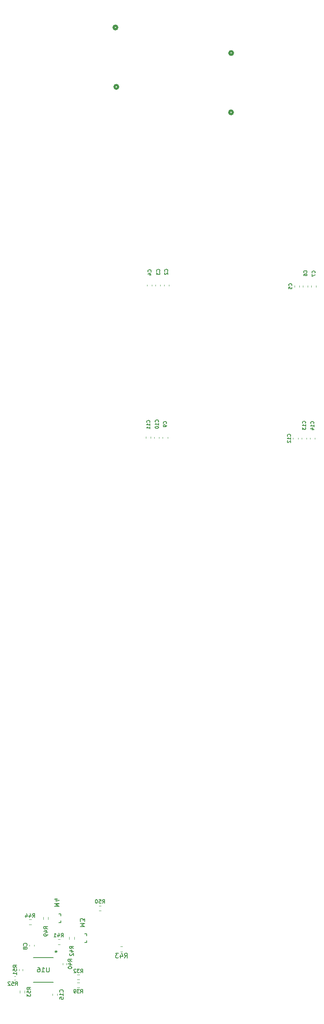
<source format=gbr>
%TF.GenerationSoftware,KiCad,Pcbnew,9.0.3*%
%TF.CreationDate,2025-09-16T13:44:48-04:00*%
%TF.ProjectId,WARM_TPC_Shaper,5741524d-5f54-4504-935f-536861706572,rev?*%
%TF.SameCoordinates,Original*%
%TF.FileFunction,Legend,Bot*%
%TF.FilePolarity,Positive*%
%FSLAX46Y46*%
G04 Gerber Fmt 4.6, Leading zero omitted, Abs format (unit mm)*
G04 Created by KiCad (PCBNEW 9.0.3) date 2025-09-16 13:44:48*
%MOMM*%
%LPD*%
G01*
G04 APERTURE LIST*
%ADD10C,0.150000*%
%ADD11C,0.508000*%
%ADD12C,0.120000*%
%ADD13C,0.152400*%
G04 APERTURE END LIST*
D10*
X133545364Y-259552856D02*
X133188221Y-259302856D01*
X133545364Y-259124285D02*
X132795364Y-259124285D01*
X132795364Y-259124285D02*
X132795364Y-259409999D01*
X132795364Y-259409999D02*
X132831078Y-259481428D01*
X132831078Y-259481428D02*
X132866792Y-259517142D01*
X132866792Y-259517142D02*
X132938221Y-259552856D01*
X132938221Y-259552856D02*
X133045364Y-259552856D01*
X133045364Y-259552856D02*
X133116792Y-259517142D01*
X133116792Y-259517142D02*
X133152507Y-259481428D01*
X133152507Y-259481428D02*
X133188221Y-259409999D01*
X133188221Y-259409999D02*
X133188221Y-259124285D01*
X132795364Y-260231428D02*
X132795364Y-259874285D01*
X132795364Y-259874285D02*
X133152507Y-259838571D01*
X133152507Y-259838571D02*
X133116792Y-259874285D01*
X133116792Y-259874285D02*
X133081078Y-259945714D01*
X133081078Y-259945714D02*
X133081078Y-260124285D01*
X133081078Y-260124285D02*
X133116792Y-260195714D01*
X133116792Y-260195714D02*
X133152507Y-260231428D01*
X133152507Y-260231428D02*
X133223935Y-260267142D01*
X133223935Y-260267142D02*
X133402507Y-260267142D01*
X133402507Y-260267142D02*
X133473935Y-260231428D01*
X133473935Y-260231428D02*
X133509650Y-260195714D01*
X133509650Y-260195714D02*
X133545364Y-260124285D01*
X133545364Y-260124285D02*
X133545364Y-259945714D01*
X133545364Y-259945714D02*
X133509650Y-259874285D01*
X133509650Y-259874285D02*
X133473935Y-259838571D01*
X132795364Y-260517142D02*
X132795364Y-260981428D01*
X132795364Y-260981428D02*
X133081078Y-260731428D01*
X133081078Y-260731428D02*
X133081078Y-260838571D01*
X133081078Y-260838571D02*
X133116792Y-260910000D01*
X133116792Y-260910000D02*
X133152507Y-260945714D01*
X133152507Y-260945714D02*
X133223935Y-260981428D01*
X133223935Y-260981428D02*
X133402507Y-260981428D01*
X133402507Y-260981428D02*
X133473935Y-260945714D01*
X133473935Y-260945714D02*
X133509650Y-260910000D01*
X133509650Y-260910000D02*
X133545364Y-260838571D01*
X133545364Y-260838571D02*
X133545364Y-260624285D01*
X133545364Y-260624285D02*
X133509650Y-260552857D01*
X133509650Y-260552857D02*
X133473935Y-260517142D01*
X142663494Y-250810712D02*
X142282541Y-250544045D01*
X142663494Y-250353569D02*
X141863494Y-250353569D01*
X141863494Y-250353569D02*
X141863494Y-250658331D01*
X141863494Y-250658331D02*
X141901589Y-250734521D01*
X141901589Y-250734521D02*
X141939684Y-250772616D01*
X141939684Y-250772616D02*
X142015875Y-250810712D01*
X142015875Y-250810712D02*
X142130160Y-250810712D01*
X142130160Y-250810712D02*
X142206351Y-250772616D01*
X142206351Y-250772616D02*
X142244446Y-250734521D01*
X142244446Y-250734521D02*
X142282541Y-250658331D01*
X142282541Y-250658331D02*
X142282541Y-250353569D01*
X142130160Y-251496426D02*
X142663494Y-251496426D01*
X141825399Y-251305950D02*
X142396827Y-251115473D01*
X142396827Y-251115473D02*
X142396827Y-251610712D01*
X141939684Y-251877378D02*
X141901589Y-251915474D01*
X141901589Y-251915474D02*
X141863494Y-251991664D01*
X141863494Y-251991664D02*
X141863494Y-252182140D01*
X141863494Y-252182140D02*
X141901589Y-252258331D01*
X141901589Y-252258331D02*
X141939684Y-252296426D01*
X141939684Y-252296426D02*
X142015875Y-252334521D01*
X142015875Y-252334521D02*
X142092065Y-252334521D01*
X142092065Y-252334521D02*
X142206351Y-252296426D01*
X142206351Y-252296426D02*
X142663494Y-251839283D01*
X142663494Y-251839283D02*
X142663494Y-252334521D01*
X153539056Y-252809818D02*
X153872389Y-252333627D01*
X154110484Y-252809818D02*
X154110484Y-251809818D01*
X154110484Y-251809818D02*
X153729532Y-251809818D01*
X153729532Y-251809818D02*
X153634294Y-251857437D01*
X153634294Y-251857437D02*
X153586675Y-251905056D01*
X153586675Y-251905056D02*
X153539056Y-252000294D01*
X153539056Y-252000294D02*
X153539056Y-252143151D01*
X153539056Y-252143151D02*
X153586675Y-252238389D01*
X153586675Y-252238389D02*
X153634294Y-252286008D01*
X153634294Y-252286008D02*
X153729532Y-252333627D01*
X153729532Y-252333627D02*
X154110484Y-252333627D01*
X152681913Y-252143151D02*
X152681913Y-252809818D01*
X152920008Y-251762199D02*
X153158103Y-252476484D01*
X153158103Y-252476484D02*
X152539056Y-252476484D01*
X152253341Y-251809818D02*
X151634294Y-251809818D01*
X151634294Y-251809818D02*
X151967627Y-252190770D01*
X151967627Y-252190770D02*
X151824770Y-252190770D01*
X151824770Y-252190770D02*
X151729532Y-252238389D01*
X151729532Y-252238389D02*
X151681913Y-252286008D01*
X151681913Y-252286008D02*
X151634294Y-252381246D01*
X151634294Y-252381246D02*
X151634294Y-252619341D01*
X151634294Y-252619341D02*
X151681913Y-252714579D01*
X151681913Y-252714579D02*
X151729532Y-252762199D01*
X151729532Y-252762199D02*
X151824770Y-252809818D01*
X151824770Y-252809818D02*
X152110484Y-252809818D01*
X152110484Y-252809818D02*
X152205722Y-252762199D01*
X152205722Y-252762199D02*
X152253341Y-252714579D01*
X137504294Y-254829819D02*
X137504294Y-255639342D01*
X137504294Y-255639342D02*
X137456675Y-255734580D01*
X137456675Y-255734580D02*
X137409056Y-255782200D01*
X137409056Y-255782200D02*
X137313818Y-255829819D01*
X137313818Y-255829819D02*
X137123342Y-255829819D01*
X137123342Y-255829819D02*
X137028104Y-255782200D01*
X137028104Y-255782200D02*
X136980485Y-255734580D01*
X136980485Y-255734580D02*
X136932866Y-255639342D01*
X136932866Y-255639342D02*
X136932866Y-254829819D01*
X135932866Y-255829819D02*
X136504294Y-255829819D01*
X136218580Y-255829819D02*
X136218580Y-254829819D01*
X136218580Y-254829819D02*
X136313818Y-254972676D01*
X136313818Y-254972676D02*
X136409056Y-255067914D01*
X136409056Y-255067914D02*
X136504294Y-255115533D01*
X135075723Y-254829819D02*
X135266199Y-254829819D01*
X135266199Y-254829819D02*
X135361437Y-254877438D01*
X135361437Y-254877438D02*
X135409056Y-254925057D01*
X135409056Y-254925057D02*
X135504294Y-255067914D01*
X135504294Y-255067914D02*
X135551913Y-255258390D01*
X135551913Y-255258390D02*
X135551913Y-255639342D01*
X135551913Y-255639342D02*
X135504294Y-255734580D01*
X135504294Y-255734580D02*
X135456675Y-255782200D01*
X135456675Y-255782200D02*
X135361437Y-255829819D01*
X135361437Y-255829819D02*
X135170961Y-255829819D01*
X135170961Y-255829819D02*
X135075723Y-255782200D01*
X135075723Y-255782200D02*
X135028104Y-255734580D01*
X135028104Y-255734580D02*
X134980485Y-255639342D01*
X134980485Y-255639342D02*
X134980485Y-255401247D01*
X134980485Y-255401247D02*
X135028104Y-255306009D01*
X135028104Y-255306009D02*
X135075723Y-255258390D01*
X135075723Y-255258390D02*
X135170961Y-255210771D01*
X135170961Y-255210771D02*
X135361437Y-255210771D01*
X135361437Y-255210771D02*
X135456675Y-255258390D01*
X135456675Y-255258390D02*
X135504294Y-255306009D01*
X135504294Y-255306009D02*
X135551913Y-255401247D01*
X138983999Y-251223019D02*
X138983999Y-251461114D01*
X139222094Y-251365876D02*
X138983999Y-251461114D01*
X138983999Y-251461114D02*
X138745904Y-251365876D01*
X139126856Y-251651590D02*
X138983999Y-251461114D01*
X138983999Y-251461114D02*
X138841142Y-251651590D01*
X194099366Y-106983333D02*
X194132700Y-106950000D01*
X194132700Y-106950000D02*
X194166033Y-106850000D01*
X194166033Y-106850000D02*
X194166033Y-106783333D01*
X194166033Y-106783333D02*
X194132700Y-106683333D01*
X194132700Y-106683333D02*
X194066033Y-106616667D01*
X194066033Y-106616667D02*
X193999366Y-106583333D01*
X193999366Y-106583333D02*
X193866033Y-106550000D01*
X193866033Y-106550000D02*
X193766033Y-106550000D01*
X193766033Y-106550000D02*
X193632700Y-106583333D01*
X193632700Y-106583333D02*
X193566033Y-106616667D01*
X193566033Y-106616667D02*
X193499366Y-106683333D01*
X193499366Y-106683333D02*
X193466033Y-106783333D01*
X193466033Y-106783333D02*
X193466033Y-106850000D01*
X193466033Y-106850000D02*
X193499366Y-106950000D01*
X193499366Y-106950000D02*
X193532700Y-106983333D01*
X193466033Y-107216667D02*
X193466033Y-107683333D01*
X193466033Y-107683333D02*
X194166033Y-107383333D01*
X192066866Y-138969999D02*
X192100200Y-138936666D01*
X192100200Y-138936666D02*
X192133533Y-138836666D01*
X192133533Y-138836666D02*
X192133533Y-138769999D01*
X192133533Y-138769999D02*
X192100200Y-138669999D01*
X192100200Y-138669999D02*
X192033533Y-138603333D01*
X192033533Y-138603333D02*
X191966866Y-138569999D01*
X191966866Y-138569999D02*
X191833533Y-138536666D01*
X191833533Y-138536666D02*
X191733533Y-138536666D01*
X191733533Y-138536666D02*
X191600200Y-138569999D01*
X191600200Y-138569999D02*
X191533533Y-138603333D01*
X191533533Y-138603333D02*
X191466866Y-138669999D01*
X191466866Y-138669999D02*
X191433533Y-138769999D01*
X191433533Y-138769999D02*
X191433533Y-138836666D01*
X191433533Y-138836666D02*
X191466866Y-138936666D01*
X191466866Y-138936666D02*
X191500200Y-138969999D01*
X192133533Y-139636666D02*
X192133533Y-139236666D01*
X192133533Y-139436666D02*
X191433533Y-139436666D01*
X191433533Y-139436666D02*
X191533533Y-139369999D01*
X191533533Y-139369999D02*
X191600200Y-139303333D01*
X191600200Y-139303333D02*
X191633533Y-139236666D01*
X191433533Y-139870000D02*
X191433533Y-140303333D01*
X191433533Y-140303333D02*
X191700200Y-140070000D01*
X191700200Y-140070000D02*
X191700200Y-140170000D01*
X191700200Y-140170000D02*
X191733533Y-140236666D01*
X191733533Y-140236666D02*
X191766866Y-140270000D01*
X191766866Y-140270000D02*
X191833533Y-140303333D01*
X191833533Y-140303333D02*
X192000200Y-140303333D01*
X192000200Y-140303333D02*
X192066866Y-140270000D01*
X192066866Y-140270000D02*
X192100200Y-140236666D01*
X192100200Y-140236666D02*
X192133533Y-140170000D01*
X192133533Y-140170000D02*
X192133533Y-139970000D01*
X192133533Y-139970000D02*
X192100200Y-139903333D01*
X192100200Y-139903333D02*
X192066866Y-139870000D01*
X160999366Y-106653333D02*
X161032700Y-106620000D01*
X161032700Y-106620000D02*
X161066033Y-106520000D01*
X161066033Y-106520000D02*
X161066033Y-106453333D01*
X161066033Y-106453333D02*
X161032700Y-106353333D01*
X161032700Y-106353333D02*
X160966033Y-106286667D01*
X160966033Y-106286667D02*
X160899366Y-106253333D01*
X160899366Y-106253333D02*
X160766033Y-106220000D01*
X160766033Y-106220000D02*
X160666033Y-106220000D01*
X160666033Y-106220000D02*
X160532700Y-106253333D01*
X160532700Y-106253333D02*
X160466033Y-106286667D01*
X160466033Y-106286667D02*
X160399366Y-106353333D01*
X160399366Y-106353333D02*
X160366033Y-106453333D01*
X160366033Y-106453333D02*
X160366033Y-106520000D01*
X160366033Y-106520000D02*
X160399366Y-106620000D01*
X160399366Y-106620000D02*
X160432700Y-106653333D01*
X160366033Y-106886667D02*
X160366033Y-107320000D01*
X160366033Y-107320000D02*
X160632700Y-107086667D01*
X160632700Y-107086667D02*
X160632700Y-107186667D01*
X160632700Y-107186667D02*
X160666033Y-107253333D01*
X160666033Y-107253333D02*
X160699366Y-107286667D01*
X160699366Y-107286667D02*
X160766033Y-107320000D01*
X160766033Y-107320000D02*
X160932700Y-107320000D01*
X160932700Y-107320000D02*
X160999366Y-107286667D01*
X160999366Y-107286667D02*
X161032700Y-107253333D01*
X161032700Y-107253333D02*
X161066033Y-107186667D01*
X161066033Y-107186667D02*
X161066033Y-106986667D01*
X161066033Y-106986667D02*
X161032700Y-106920000D01*
X161032700Y-106920000D02*
X160999366Y-106886667D01*
X162436866Y-139043333D02*
X162470200Y-139010000D01*
X162470200Y-139010000D02*
X162503533Y-138910000D01*
X162503533Y-138910000D02*
X162503533Y-138843333D01*
X162503533Y-138843333D02*
X162470200Y-138743333D01*
X162470200Y-138743333D02*
X162403533Y-138676667D01*
X162403533Y-138676667D02*
X162336866Y-138643333D01*
X162336866Y-138643333D02*
X162203533Y-138610000D01*
X162203533Y-138610000D02*
X162103533Y-138610000D01*
X162103533Y-138610000D02*
X161970200Y-138643333D01*
X161970200Y-138643333D02*
X161903533Y-138676667D01*
X161903533Y-138676667D02*
X161836866Y-138743333D01*
X161836866Y-138743333D02*
X161803533Y-138843333D01*
X161803533Y-138843333D02*
X161803533Y-138910000D01*
X161803533Y-138910000D02*
X161836866Y-139010000D01*
X161836866Y-139010000D02*
X161870200Y-139043333D01*
X162503533Y-139376667D02*
X162503533Y-139510000D01*
X162503533Y-139510000D02*
X162470200Y-139576667D01*
X162470200Y-139576667D02*
X162436866Y-139610000D01*
X162436866Y-139610000D02*
X162336866Y-139676667D01*
X162336866Y-139676667D02*
X162203533Y-139710000D01*
X162203533Y-139710000D02*
X161936866Y-139710000D01*
X161936866Y-139710000D02*
X161870200Y-139676667D01*
X161870200Y-139676667D02*
X161836866Y-139643333D01*
X161836866Y-139643333D02*
X161803533Y-139576667D01*
X161803533Y-139576667D02*
X161803533Y-139443333D01*
X161803533Y-139443333D02*
X161836866Y-139376667D01*
X161836866Y-139376667D02*
X161870200Y-139343333D01*
X161870200Y-139343333D02*
X161936866Y-139310000D01*
X161936866Y-139310000D02*
X162103533Y-139310000D01*
X162103533Y-139310000D02*
X162170200Y-139343333D01*
X162170200Y-139343333D02*
X162203533Y-139376667D01*
X162203533Y-139376667D02*
X162236866Y-139443333D01*
X162236866Y-139443333D02*
X162236866Y-139576667D01*
X162236866Y-139576667D02*
X162203533Y-139643333D01*
X162203533Y-139643333D02*
X162170200Y-139676667D01*
X162170200Y-139676667D02*
X162103533Y-139710000D01*
X132722304Y-250181667D02*
X132760400Y-250143571D01*
X132760400Y-250143571D02*
X132798495Y-250029286D01*
X132798495Y-250029286D02*
X132798495Y-249953095D01*
X132798495Y-249953095D02*
X132760400Y-249838809D01*
X132760400Y-249838809D02*
X132684209Y-249762619D01*
X132684209Y-249762619D02*
X132608019Y-249724524D01*
X132608019Y-249724524D02*
X132455638Y-249686428D01*
X132455638Y-249686428D02*
X132341352Y-249686428D01*
X132341352Y-249686428D02*
X132188971Y-249724524D01*
X132188971Y-249724524D02*
X132112780Y-249762619D01*
X132112780Y-249762619D02*
X132036590Y-249838809D01*
X132036590Y-249838809D02*
X131998495Y-249953095D01*
X131998495Y-249953095D02*
X131998495Y-250029286D01*
X131998495Y-250029286D02*
X132036590Y-250143571D01*
X132036590Y-250143571D02*
X132074685Y-250181667D01*
X132341352Y-250638809D02*
X132303257Y-250562619D01*
X132303257Y-250562619D02*
X132265161Y-250524524D01*
X132265161Y-250524524D02*
X132188971Y-250486428D01*
X132188971Y-250486428D02*
X132150876Y-250486428D01*
X132150876Y-250486428D02*
X132074685Y-250524524D01*
X132074685Y-250524524D02*
X132036590Y-250562619D01*
X132036590Y-250562619D02*
X131998495Y-250638809D01*
X131998495Y-250638809D02*
X131998495Y-250791190D01*
X131998495Y-250791190D02*
X132036590Y-250867381D01*
X132036590Y-250867381D02*
X132074685Y-250905476D01*
X132074685Y-250905476D02*
X132150876Y-250943571D01*
X132150876Y-250943571D02*
X132188971Y-250943571D01*
X132188971Y-250943571D02*
X132265161Y-250905476D01*
X132265161Y-250905476D02*
X132303257Y-250867381D01*
X132303257Y-250867381D02*
X132341352Y-250791190D01*
X132341352Y-250791190D02*
X132341352Y-250638809D01*
X132341352Y-250638809D02*
X132379447Y-250562619D01*
X132379447Y-250562619D02*
X132417542Y-250524524D01*
X132417542Y-250524524D02*
X132493733Y-250486428D01*
X132493733Y-250486428D02*
X132646114Y-250486428D01*
X132646114Y-250486428D02*
X132722304Y-250524524D01*
X132722304Y-250524524D02*
X132760400Y-250562619D01*
X132760400Y-250562619D02*
X132798495Y-250638809D01*
X132798495Y-250638809D02*
X132798495Y-250791190D01*
X132798495Y-250791190D02*
X132760400Y-250867381D01*
X132760400Y-250867381D02*
X132722304Y-250905476D01*
X132722304Y-250905476D02*
X132646114Y-250943571D01*
X132646114Y-250943571D02*
X132493733Y-250943571D01*
X132493733Y-250943571D02*
X132417542Y-250905476D01*
X132417542Y-250905476D02*
X132379447Y-250867381D01*
X132379447Y-250867381D02*
X132341352Y-250791190D01*
X159169366Y-106743333D02*
X159202700Y-106710000D01*
X159202700Y-106710000D02*
X159236033Y-106610000D01*
X159236033Y-106610000D02*
X159236033Y-106543333D01*
X159236033Y-106543333D02*
X159202700Y-106443333D01*
X159202700Y-106443333D02*
X159136033Y-106376667D01*
X159136033Y-106376667D02*
X159069366Y-106343333D01*
X159069366Y-106343333D02*
X158936033Y-106310000D01*
X158936033Y-106310000D02*
X158836033Y-106310000D01*
X158836033Y-106310000D02*
X158702700Y-106343333D01*
X158702700Y-106343333D02*
X158636033Y-106376667D01*
X158636033Y-106376667D02*
X158569366Y-106443333D01*
X158569366Y-106443333D02*
X158536033Y-106543333D01*
X158536033Y-106543333D02*
X158536033Y-106610000D01*
X158536033Y-106610000D02*
X158569366Y-106710000D01*
X158569366Y-106710000D02*
X158602700Y-106743333D01*
X158769366Y-107343333D02*
X159236033Y-107343333D01*
X158502700Y-107176667D02*
X159002700Y-107010000D01*
X159002700Y-107010000D02*
X159002700Y-107443333D01*
X188876866Y-141749999D02*
X188910200Y-141716666D01*
X188910200Y-141716666D02*
X188943533Y-141616666D01*
X188943533Y-141616666D02*
X188943533Y-141549999D01*
X188943533Y-141549999D02*
X188910200Y-141449999D01*
X188910200Y-141449999D02*
X188843533Y-141383333D01*
X188843533Y-141383333D02*
X188776866Y-141349999D01*
X188776866Y-141349999D02*
X188643533Y-141316666D01*
X188643533Y-141316666D02*
X188543533Y-141316666D01*
X188543533Y-141316666D02*
X188410200Y-141349999D01*
X188410200Y-141349999D02*
X188343533Y-141383333D01*
X188343533Y-141383333D02*
X188276866Y-141449999D01*
X188276866Y-141449999D02*
X188243533Y-141549999D01*
X188243533Y-141549999D02*
X188243533Y-141616666D01*
X188243533Y-141616666D02*
X188276866Y-141716666D01*
X188276866Y-141716666D02*
X188310200Y-141749999D01*
X188943533Y-142416666D02*
X188943533Y-142016666D01*
X188943533Y-142216666D02*
X188243533Y-142216666D01*
X188243533Y-142216666D02*
X188343533Y-142149999D01*
X188343533Y-142149999D02*
X188410200Y-142083333D01*
X188410200Y-142083333D02*
X188443533Y-142016666D01*
X188310200Y-142683333D02*
X188276866Y-142716666D01*
X188276866Y-142716666D02*
X188243533Y-142783333D01*
X188243533Y-142783333D02*
X188243533Y-142950000D01*
X188243533Y-142950000D02*
X188276866Y-143016666D01*
X188276866Y-143016666D02*
X188310200Y-143050000D01*
X188310200Y-143050000D02*
X188376866Y-143083333D01*
X188376866Y-143083333D02*
X188443533Y-143083333D01*
X188443533Y-143083333D02*
X188543533Y-143050000D01*
X188543533Y-143050000D02*
X188943533Y-142650000D01*
X188943533Y-142650000D02*
X188943533Y-143083333D01*
X140462304Y-260090714D02*
X140500400Y-260052618D01*
X140500400Y-260052618D02*
X140538495Y-259938333D01*
X140538495Y-259938333D02*
X140538495Y-259862142D01*
X140538495Y-259862142D02*
X140500400Y-259747856D01*
X140500400Y-259747856D02*
X140424209Y-259671666D01*
X140424209Y-259671666D02*
X140348019Y-259633571D01*
X140348019Y-259633571D02*
X140195638Y-259595475D01*
X140195638Y-259595475D02*
X140081352Y-259595475D01*
X140081352Y-259595475D02*
X139928971Y-259633571D01*
X139928971Y-259633571D02*
X139852780Y-259671666D01*
X139852780Y-259671666D02*
X139776590Y-259747856D01*
X139776590Y-259747856D02*
X139738495Y-259862142D01*
X139738495Y-259862142D02*
X139738495Y-259938333D01*
X139738495Y-259938333D02*
X139776590Y-260052618D01*
X139776590Y-260052618D02*
X139814685Y-260090714D01*
X140538495Y-260852618D02*
X140538495Y-260395475D01*
X140538495Y-260624047D02*
X139738495Y-260624047D01*
X139738495Y-260624047D02*
X139852780Y-260547856D01*
X139852780Y-260547856D02*
X139928971Y-260471666D01*
X139928971Y-260471666D02*
X139967066Y-260395475D01*
X139738495Y-261576428D02*
X139738495Y-261195476D01*
X139738495Y-261195476D02*
X140119447Y-261157380D01*
X140119447Y-261157380D02*
X140081352Y-261195476D01*
X140081352Y-261195476D02*
X140043257Y-261271666D01*
X140043257Y-261271666D02*
X140043257Y-261462142D01*
X140043257Y-261462142D02*
X140081352Y-261538333D01*
X140081352Y-261538333D02*
X140119447Y-261576428D01*
X140119447Y-261576428D02*
X140195638Y-261614523D01*
X140195638Y-261614523D02*
X140386114Y-261614523D01*
X140386114Y-261614523D02*
X140462304Y-261576428D01*
X140462304Y-261576428D02*
X140500400Y-261538333D01*
X140500400Y-261538333D02*
X140538495Y-261462142D01*
X140538495Y-261462142D02*
X140538495Y-261271666D01*
X140538495Y-261271666D02*
X140500400Y-261195476D01*
X140500400Y-261195476D02*
X140462304Y-261157380D01*
X158896866Y-138799999D02*
X158930200Y-138766666D01*
X158930200Y-138766666D02*
X158963533Y-138666666D01*
X158963533Y-138666666D02*
X158963533Y-138599999D01*
X158963533Y-138599999D02*
X158930200Y-138499999D01*
X158930200Y-138499999D02*
X158863533Y-138433333D01*
X158863533Y-138433333D02*
X158796866Y-138399999D01*
X158796866Y-138399999D02*
X158663533Y-138366666D01*
X158663533Y-138366666D02*
X158563533Y-138366666D01*
X158563533Y-138366666D02*
X158430200Y-138399999D01*
X158430200Y-138399999D02*
X158363533Y-138433333D01*
X158363533Y-138433333D02*
X158296866Y-138499999D01*
X158296866Y-138499999D02*
X158263533Y-138599999D01*
X158263533Y-138599999D02*
X158263533Y-138666666D01*
X158263533Y-138666666D02*
X158296866Y-138766666D01*
X158296866Y-138766666D02*
X158330200Y-138799999D01*
X158963533Y-139466666D02*
X158963533Y-139066666D01*
X158963533Y-139266666D02*
X158263533Y-139266666D01*
X158263533Y-139266666D02*
X158363533Y-139199999D01*
X158363533Y-139199999D02*
X158430200Y-139133333D01*
X158430200Y-139133333D02*
X158463533Y-139066666D01*
X158963533Y-140133333D02*
X158963533Y-139733333D01*
X158963533Y-139933333D02*
X158263533Y-139933333D01*
X158263533Y-139933333D02*
X158363533Y-139866666D01*
X158363533Y-139866666D02*
X158430200Y-139800000D01*
X158430200Y-139800000D02*
X158463533Y-139733333D01*
X144198343Y-255944164D02*
X144448343Y-255587021D01*
X144626914Y-255944164D02*
X144626914Y-255194164D01*
X144626914Y-255194164D02*
X144341200Y-255194164D01*
X144341200Y-255194164D02*
X144269771Y-255229878D01*
X144269771Y-255229878D02*
X144234057Y-255265592D01*
X144234057Y-255265592D02*
X144198343Y-255337021D01*
X144198343Y-255337021D02*
X144198343Y-255444164D01*
X144198343Y-255444164D02*
X144234057Y-255515592D01*
X144234057Y-255515592D02*
X144269771Y-255551307D01*
X144269771Y-255551307D02*
X144341200Y-255587021D01*
X144341200Y-255587021D02*
X144626914Y-255587021D01*
X143948343Y-255194164D02*
X143484057Y-255194164D01*
X143484057Y-255194164D02*
X143734057Y-255479878D01*
X143734057Y-255479878D02*
X143626914Y-255479878D01*
X143626914Y-255479878D02*
X143555486Y-255515592D01*
X143555486Y-255515592D02*
X143519771Y-255551307D01*
X143519771Y-255551307D02*
X143484057Y-255622735D01*
X143484057Y-255622735D02*
X143484057Y-255801307D01*
X143484057Y-255801307D02*
X143519771Y-255872735D01*
X143519771Y-255872735D02*
X143555486Y-255908450D01*
X143555486Y-255908450D02*
X143626914Y-255944164D01*
X143626914Y-255944164D02*
X143841200Y-255944164D01*
X143841200Y-255944164D02*
X143912628Y-255908450D01*
X143912628Y-255908450D02*
X143948343Y-255872735D01*
X143198342Y-255265592D02*
X143162628Y-255229878D01*
X143162628Y-255229878D02*
X143091200Y-255194164D01*
X143091200Y-255194164D02*
X142912628Y-255194164D01*
X142912628Y-255194164D02*
X142841200Y-255229878D01*
X142841200Y-255229878D02*
X142805485Y-255265592D01*
X142805485Y-255265592D02*
X142769771Y-255337021D01*
X142769771Y-255337021D02*
X142769771Y-255408450D01*
X142769771Y-255408450D02*
X142805485Y-255515592D01*
X142805485Y-255515592D02*
X143234057Y-255944164D01*
X143234057Y-255944164D02*
X142769771Y-255944164D01*
X140050485Y-248347295D02*
X140317152Y-247966342D01*
X140507628Y-248347295D02*
X140507628Y-247547295D01*
X140507628Y-247547295D02*
X140202866Y-247547295D01*
X140202866Y-247547295D02*
X140126676Y-247585390D01*
X140126676Y-247585390D02*
X140088581Y-247623485D01*
X140088581Y-247623485D02*
X140050485Y-247699676D01*
X140050485Y-247699676D02*
X140050485Y-247813961D01*
X140050485Y-247813961D02*
X140088581Y-247890152D01*
X140088581Y-247890152D02*
X140126676Y-247928247D01*
X140126676Y-247928247D02*
X140202866Y-247966342D01*
X140202866Y-247966342D02*
X140507628Y-247966342D01*
X139364771Y-247813961D02*
X139364771Y-248347295D01*
X139555247Y-247509200D02*
X139745724Y-248080628D01*
X139745724Y-248080628D02*
X139250485Y-248080628D01*
X138526676Y-248347295D02*
X138983819Y-248347295D01*
X138755247Y-248347295D02*
X138755247Y-247547295D01*
X138755247Y-247547295D02*
X138831438Y-247661580D01*
X138831438Y-247661580D02*
X138907628Y-247737771D01*
X138907628Y-247737771D02*
X138983819Y-247775866D01*
X133960485Y-244177295D02*
X134227152Y-243796342D01*
X134417628Y-244177295D02*
X134417628Y-243377295D01*
X134417628Y-243377295D02*
X134112866Y-243377295D01*
X134112866Y-243377295D02*
X134036676Y-243415390D01*
X134036676Y-243415390D02*
X133998581Y-243453485D01*
X133998581Y-243453485D02*
X133960485Y-243529676D01*
X133960485Y-243529676D02*
X133960485Y-243643961D01*
X133960485Y-243643961D02*
X133998581Y-243720152D01*
X133998581Y-243720152D02*
X134036676Y-243758247D01*
X134036676Y-243758247D02*
X134112866Y-243796342D01*
X134112866Y-243796342D02*
X134417628Y-243796342D01*
X133274771Y-243643961D02*
X133274771Y-244177295D01*
X133465247Y-243339200D02*
X133655724Y-243910628D01*
X133655724Y-243910628D02*
X133160485Y-243910628D01*
X132512866Y-243643961D02*
X132512866Y-244177295D01*
X132703342Y-243339200D02*
X132893819Y-243910628D01*
X132893819Y-243910628D02*
X132398580Y-243910628D01*
X144110379Y-246102522D02*
X145110379Y-246102522D01*
X145110379Y-246102522D02*
X144396094Y-245769189D01*
X144396094Y-245769189D02*
X145110379Y-245435856D01*
X145110379Y-245435856D02*
X144110379Y-245435856D01*
X145110379Y-245054903D02*
X145110379Y-244435856D01*
X145110379Y-244435856D02*
X144729427Y-244769189D01*
X144729427Y-244769189D02*
X144729427Y-244626332D01*
X144729427Y-244626332D02*
X144681808Y-244531094D01*
X144681808Y-244531094D02*
X144634189Y-244483475D01*
X144634189Y-244483475D02*
X144538951Y-244435856D01*
X144538951Y-244435856D02*
X144300856Y-244435856D01*
X144300856Y-244435856D02*
X144205618Y-244483475D01*
X144205618Y-244483475D02*
X144157999Y-244531094D01*
X144157999Y-244531094D02*
X144110379Y-244626332D01*
X144110379Y-244626332D02*
X144110379Y-244912046D01*
X144110379Y-244912046D02*
X144157999Y-245007284D01*
X144157999Y-245007284D02*
X144205618Y-245054903D01*
X148880485Y-241157295D02*
X149147152Y-240776342D01*
X149337628Y-241157295D02*
X149337628Y-240357295D01*
X149337628Y-240357295D02*
X149032866Y-240357295D01*
X149032866Y-240357295D02*
X148956676Y-240395390D01*
X148956676Y-240395390D02*
X148918581Y-240433485D01*
X148918581Y-240433485D02*
X148880485Y-240509676D01*
X148880485Y-240509676D02*
X148880485Y-240623961D01*
X148880485Y-240623961D02*
X148918581Y-240700152D01*
X148918581Y-240700152D02*
X148956676Y-240738247D01*
X148956676Y-240738247D02*
X149032866Y-240776342D01*
X149032866Y-240776342D02*
X149337628Y-240776342D01*
X148156676Y-240357295D02*
X148537628Y-240357295D01*
X148537628Y-240357295D02*
X148575724Y-240738247D01*
X148575724Y-240738247D02*
X148537628Y-240700152D01*
X148537628Y-240700152D02*
X148461438Y-240662057D01*
X148461438Y-240662057D02*
X148270962Y-240662057D01*
X148270962Y-240662057D02*
X148194771Y-240700152D01*
X148194771Y-240700152D02*
X148156676Y-240738247D01*
X148156676Y-240738247D02*
X148118581Y-240814438D01*
X148118581Y-240814438D02*
X148118581Y-241004914D01*
X148118581Y-241004914D02*
X148156676Y-241081104D01*
X148156676Y-241081104D02*
X148194771Y-241119200D01*
X148194771Y-241119200D02*
X148270962Y-241157295D01*
X148270962Y-241157295D02*
X148461438Y-241157295D01*
X148461438Y-241157295D02*
X148537628Y-241119200D01*
X148537628Y-241119200D02*
X148575724Y-241081104D01*
X147623342Y-240357295D02*
X147547152Y-240357295D01*
X147547152Y-240357295D02*
X147470961Y-240395390D01*
X147470961Y-240395390D02*
X147432866Y-240433485D01*
X147432866Y-240433485D02*
X147394771Y-240509676D01*
X147394771Y-240509676D02*
X147356676Y-240662057D01*
X147356676Y-240662057D02*
X147356676Y-240852533D01*
X147356676Y-240852533D02*
X147394771Y-241004914D01*
X147394771Y-241004914D02*
X147432866Y-241081104D01*
X147432866Y-241081104D02*
X147470961Y-241119200D01*
X147470961Y-241119200D02*
X147547152Y-241157295D01*
X147547152Y-241157295D02*
X147623342Y-241157295D01*
X147623342Y-241157295D02*
X147699533Y-241119200D01*
X147699533Y-241119200D02*
X147737628Y-241081104D01*
X147737628Y-241081104D02*
X147775723Y-241004914D01*
X147775723Y-241004914D02*
X147813819Y-240852533D01*
X147813819Y-240852533D02*
X147813819Y-240662057D01*
X147813819Y-240662057D02*
X147775723Y-240509676D01*
X147775723Y-240509676D02*
X147737628Y-240433485D01*
X147737628Y-240433485D02*
X147699533Y-240395390D01*
X147699533Y-240395390D02*
X147623342Y-240357295D01*
X137168495Y-246620714D02*
X136787542Y-246354047D01*
X137168495Y-246163571D02*
X136368495Y-246163571D01*
X136368495Y-246163571D02*
X136368495Y-246468333D01*
X136368495Y-246468333D02*
X136406590Y-246544523D01*
X136406590Y-246544523D02*
X136444685Y-246582618D01*
X136444685Y-246582618D02*
X136520876Y-246620714D01*
X136520876Y-246620714D02*
X136635161Y-246620714D01*
X136635161Y-246620714D02*
X136711352Y-246582618D01*
X136711352Y-246582618D02*
X136749447Y-246544523D01*
X136749447Y-246544523D02*
X136787542Y-246468333D01*
X136787542Y-246468333D02*
X136787542Y-246163571D01*
X136635161Y-247306428D02*
X137168495Y-247306428D01*
X136330400Y-247115952D02*
X136901828Y-246925475D01*
X136901828Y-246925475D02*
X136901828Y-247420714D01*
X137168495Y-247763571D02*
X137168495Y-247915952D01*
X137168495Y-247915952D02*
X137130400Y-247992142D01*
X137130400Y-247992142D02*
X137092304Y-248030238D01*
X137092304Y-248030238D02*
X136978019Y-248106428D01*
X136978019Y-248106428D02*
X136825638Y-248144523D01*
X136825638Y-248144523D02*
X136520876Y-248144523D01*
X136520876Y-248144523D02*
X136444685Y-248106428D01*
X136444685Y-248106428D02*
X136406590Y-248068333D01*
X136406590Y-248068333D02*
X136368495Y-247992142D01*
X136368495Y-247992142D02*
X136368495Y-247839761D01*
X136368495Y-247839761D02*
X136406590Y-247763571D01*
X136406590Y-247763571D02*
X136444685Y-247725476D01*
X136444685Y-247725476D02*
X136520876Y-247687380D01*
X136520876Y-247687380D02*
X136711352Y-247687380D01*
X136711352Y-247687380D02*
X136787542Y-247725476D01*
X136787542Y-247725476D02*
X136825638Y-247763571D01*
X136825638Y-247763571D02*
X136863733Y-247839761D01*
X136863733Y-247839761D02*
X136863733Y-247992142D01*
X136863733Y-247992142D02*
X136825638Y-248068333D01*
X136825638Y-248068333D02*
X136787542Y-248106428D01*
X136787542Y-248106428D02*
X136711352Y-248144523D01*
X138630380Y-241852523D02*
X139630380Y-241852523D01*
X139630380Y-241852523D02*
X138916095Y-241519190D01*
X138916095Y-241519190D02*
X139630380Y-241185857D01*
X139630380Y-241185857D02*
X138630380Y-241185857D01*
X139297047Y-240281095D02*
X138630380Y-240281095D01*
X139678000Y-240519190D02*
X138963714Y-240757285D01*
X138963714Y-240757285D02*
X138963714Y-240138238D01*
X162709366Y-106653333D02*
X162742700Y-106620000D01*
X162742700Y-106620000D02*
X162776033Y-106520000D01*
X162776033Y-106520000D02*
X162776033Y-106453333D01*
X162776033Y-106453333D02*
X162742700Y-106353333D01*
X162742700Y-106353333D02*
X162676033Y-106286667D01*
X162676033Y-106286667D02*
X162609366Y-106253333D01*
X162609366Y-106253333D02*
X162476033Y-106220000D01*
X162476033Y-106220000D02*
X162376033Y-106220000D01*
X162376033Y-106220000D02*
X162242700Y-106253333D01*
X162242700Y-106253333D02*
X162176033Y-106286667D01*
X162176033Y-106286667D02*
X162109366Y-106353333D01*
X162109366Y-106353333D02*
X162076033Y-106453333D01*
X162076033Y-106453333D02*
X162076033Y-106520000D01*
X162076033Y-106520000D02*
X162109366Y-106620000D01*
X162109366Y-106620000D02*
X162142700Y-106653333D01*
X162142700Y-106920000D02*
X162109366Y-106953333D01*
X162109366Y-106953333D02*
X162076033Y-107020000D01*
X162076033Y-107020000D02*
X162076033Y-107186667D01*
X162076033Y-107186667D02*
X162109366Y-107253333D01*
X162109366Y-107253333D02*
X162142700Y-107286667D01*
X162142700Y-107286667D02*
X162209366Y-107320000D01*
X162209366Y-107320000D02*
X162276033Y-107320000D01*
X162276033Y-107320000D02*
X162376033Y-107286667D01*
X162376033Y-107286667D02*
X162776033Y-106886667D01*
X162776033Y-106886667D02*
X162776033Y-107320000D01*
X193826866Y-139039999D02*
X193860200Y-139006666D01*
X193860200Y-139006666D02*
X193893533Y-138906666D01*
X193893533Y-138906666D02*
X193893533Y-138839999D01*
X193893533Y-138839999D02*
X193860200Y-138739999D01*
X193860200Y-138739999D02*
X193793533Y-138673333D01*
X193793533Y-138673333D02*
X193726866Y-138639999D01*
X193726866Y-138639999D02*
X193593533Y-138606666D01*
X193593533Y-138606666D02*
X193493533Y-138606666D01*
X193493533Y-138606666D02*
X193360200Y-138639999D01*
X193360200Y-138639999D02*
X193293533Y-138673333D01*
X193293533Y-138673333D02*
X193226866Y-138739999D01*
X193226866Y-138739999D02*
X193193533Y-138839999D01*
X193193533Y-138839999D02*
X193193533Y-138906666D01*
X193193533Y-138906666D02*
X193226866Y-139006666D01*
X193226866Y-139006666D02*
X193260200Y-139039999D01*
X193893533Y-139706666D02*
X193893533Y-139306666D01*
X193893533Y-139506666D02*
X193193533Y-139506666D01*
X193193533Y-139506666D02*
X193293533Y-139439999D01*
X193293533Y-139439999D02*
X193360200Y-139373333D01*
X193360200Y-139373333D02*
X193393533Y-139306666D01*
X193426866Y-140306666D02*
X193893533Y-140306666D01*
X193160200Y-140140000D02*
X193660200Y-139973333D01*
X193660200Y-139973333D02*
X193660200Y-140406666D01*
X142328495Y-253560714D02*
X141947542Y-253294047D01*
X142328495Y-253103571D02*
X141528495Y-253103571D01*
X141528495Y-253103571D02*
X141528495Y-253408333D01*
X141528495Y-253408333D02*
X141566590Y-253484523D01*
X141566590Y-253484523D02*
X141604685Y-253522618D01*
X141604685Y-253522618D02*
X141680876Y-253560714D01*
X141680876Y-253560714D02*
X141795161Y-253560714D01*
X141795161Y-253560714D02*
X141871352Y-253522618D01*
X141871352Y-253522618D02*
X141909447Y-253484523D01*
X141909447Y-253484523D02*
X141947542Y-253408333D01*
X141947542Y-253408333D02*
X141947542Y-253103571D01*
X141795161Y-254246428D02*
X142328495Y-254246428D01*
X141490400Y-254055952D02*
X142061828Y-253865475D01*
X142061828Y-253865475D02*
X142061828Y-254360714D01*
X141528495Y-254817857D02*
X141528495Y-254894047D01*
X141528495Y-254894047D02*
X141566590Y-254970238D01*
X141566590Y-254970238D02*
X141604685Y-255008333D01*
X141604685Y-255008333D02*
X141680876Y-255046428D01*
X141680876Y-255046428D02*
X141833257Y-255084523D01*
X141833257Y-255084523D02*
X142023733Y-255084523D01*
X142023733Y-255084523D02*
X142176114Y-255046428D01*
X142176114Y-255046428D02*
X142252304Y-255008333D01*
X142252304Y-255008333D02*
X142290400Y-254970238D01*
X142290400Y-254970238D02*
X142328495Y-254894047D01*
X142328495Y-254894047D02*
X142328495Y-254817857D01*
X142328495Y-254817857D02*
X142290400Y-254741666D01*
X142290400Y-254741666D02*
X142252304Y-254703571D01*
X142252304Y-254703571D02*
X142176114Y-254665476D01*
X142176114Y-254665476D02*
X142023733Y-254627380D01*
X142023733Y-254627380D02*
X141833257Y-254627380D01*
X141833257Y-254627380D02*
X141680876Y-254665476D01*
X141680876Y-254665476D02*
X141604685Y-254703571D01*
X141604685Y-254703571D02*
X141566590Y-254741666D01*
X141566590Y-254741666D02*
X141528495Y-254817857D01*
X144178343Y-260304164D02*
X144428343Y-259947021D01*
X144606914Y-260304164D02*
X144606914Y-259554164D01*
X144606914Y-259554164D02*
X144321200Y-259554164D01*
X144321200Y-259554164D02*
X144249771Y-259589878D01*
X144249771Y-259589878D02*
X144214057Y-259625592D01*
X144214057Y-259625592D02*
X144178343Y-259697021D01*
X144178343Y-259697021D02*
X144178343Y-259804164D01*
X144178343Y-259804164D02*
X144214057Y-259875592D01*
X144214057Y-259875592D02*
X144249771Y-259911307D01*
X144249771Y-259911307D02*
X144321200Y-259947021D01*
X144321200Y-259947021D02*
X144606914Y-259947021D01*
X143928343Y-259554164D02*
X143464057Y-259554164D01*
X143464057Y-259554164D02*
X143714057Y-259839878D01*
X143714057Y-259839878D02*
X143606914Y-259839878D01*
X143606914Y-259839878D02*
X143535486Y-259875592D01*
X143535486Y-259875592D02*
X143499771Y-259911307D01*
X143499771Y-259911307D02*
X143464057Y-259982735D01*
X143464057Y-259982735D02*
X143464057Y-260161307D01*
X143464057Y-260161307D02*
X143499771Y-260232735D01*
X143499771Y-260232735D02*
X143535486Y-260268450D01*
X143535486Y-260268450D02*
X143606914Y-260304164D01*
X143606914Y-260304164D02*
X143821200Y-260304164D01*
X143821200Y-260304164D02*
X143892628Y-260268450D01*
X143892628Y-260268450D02*
X143928343Y-260232735D01*
X143106914Y-260304164D02*
X142964057Y-260304164D01*
X142964057Y-260304164D02*
X142892628Y-260268450D01*
X142892628Y-260268450D02*
X142856914Y-260232735D01*
X142856914Y-260232735D02*
X142785485Y-260125592D01*
X142785485Y-260125592D02*
X142749771Y-259982735D01*
X142749771Y-259982735D02*
X142749771Y-259697021D01*
X142749771Y-259697021D02*
X142785485Y-259625592D01*
X142785485Y-259625592D02*
X142821200Y-259589878D01*
X142821200Y-259589878D02*
X142892628Y-259554164D01*
X142892628Y-259554164D02*
X143035485Y-259554164D01*
X143035485Y-259554164D02*
X143106914Y-259589878D01*
X143106914Y-259589878D02*
X143142628Y-259625592D01*
X143142628Y-259625592D02*
X143178342Y-259697021D01*
X143178342Y-259697021D02*
X143178342Y-259875592D01*
X143178342Y-259875592D02*
X143142628Y-259947021D01*
X143142628Y-259947021D02*
X143106914Y-259982735D01*
X143106914Y-259982735D02*
X143035485Y-260018450D01*
X143035485Y-260018450D02*
X142892628Y-260018450D01*
X142892628Y-260018450D02*
X142821200Y-259982735D01*
X142821200Y-259982735D02*
X142785485Y-259947021D01*
X142785485Y-259947021D02*
X142749771Y-259875592D01*
X130280485Y-258667295D02*
X130547152Y-258286342D01*
X130737628Y-258667295D02*
X130737628Y-257867295D01*
X130737628Y-257867295D02*
X130432866Y-257867295D01*
X130432866Y-257867295D02*
X130356676Y-257905390D01*
X130356676Y-257905390D02*
X130318581Y-257943485D01*
X130318581Y-257943485D02*
X130280485Y-258019676D01*
X130280485Y-258019676D02*
X130280485Y-258133961D01*
X130280485Y-258133961D02*
X130318581Y-258210152D01*
X130318581Y-258210152D02*
X130356676Y-258248247D01*
X130356676Y-258248247D02*
X130432866Y-258286342D01*
X130432866Y-258286342D02*
X130737628Y-258286342D01*
X129556676Y-257867295D02*
X129937628Y-257867295D01*
X129937628Y-257867295D02*
X129975724Y-258248247D01*
X129975724Y-258248247D02*
X129937628Y-258210152D01*
X129937628Y-258210152D02*
X129861438Y-258172057D01*
X129861438Y-258172057D02*
X129670962Y-258172057D01*
X129670962Y-258172057D02*
X129594771Y-258210152D01*
X129594771Y-258210152D02*
X129556676Y-258248247D01*
X129556676Y-258248247D02*
X129518581Y-258324438D01*
X129518581Y-258324438D02*
X129518581Y-258514914D01*
X129518581Y-258514914D02*
X129556676Y-258591104D01*
X129556676Y-258591104D02*
X129594771Y-258629200D01*
X129594771Y-258629200D02*
X129670962Y-258667295D01*
X129670962Y-258667295D02*
X129861438Y-258667295D01*
X129861438Y-258667295D02*
X129937628Y-258629200D01*
X129937628Y-258629200D02*
X129975724Y-258591104D01*
X129213819Y-257943485D02*
X129175723Y-257905390D01*
X129175723Y-257905390D02*
X129099533Y-257867295D01*
X129099533Y-257867295D02*
X128909057Y-257867295D01*
X128909057Y-257867295D02*
X128832866Y-257905390D01*
X128832866Y-257905390D02*
X128794771Y-257943485D01*
X128794771Y-257943485D02*
X128756676Y-258019676D01*
X128756676Y-258019676D02*
X128756676Y-258095866D01*
X128756676Y-258095866D02*
X128794771Y-258210152D01*
X128794771Y-258210152D02*
X129251914Y-258667295D01*
X129251914Y-258667295D02*
X128756676Y-258667295D01*
X192339366Y-106913333D02*
X192372700Y-106880000D01*
X192372700Y-106880000D02*
X192406033Y-106780000D01*
X192406033Y-106780000D02*
X192406033Y-106713333D01*
X192406033Y-106713333D02*
X192372700Y-106613333D01*
X192372700Y-106613333D02*
X192306033Y-106546667D01*
X192306033Y-106546667D02*
X192239366Y-106513333D01*
X192239366Y-106513333D02*
X192106033Y-106480000D01*
X192106033Y-106480000D02*
X192006033Y-106480000D01*
X192006033Y-106480000D02*
X191872700Y-106513333D01*
X191872700Y-106513333D02*
X191806033Y-106546667D01*
X191806033Y-106546667D02*
X191739366Y-106613333D01*
X191739366Y-106613333D02*
X191706033Y-106713333D01*
X191706033Y-106713333D02*
X191706033Y-106780000D01*
X191706033Y-106780000D02*
X191739366Y-106880000D01*
X191739366Y-106880000D02*
X191772700Y-106913333D01*
X191706033Y-107513333D02*
X191706033Y-107380000D01*
X191706033Y-107380000D02*
X191739366Y-107313333D01*
X191739366Y-107313333D02*
X191772700Y-107280000D01*
X191772700Y-107280000D02*
X191872700Y-107213333D01*
X191872700Y-107213333D02*
X192006033Y-107180000D01*
X192006033Y-107180000D02*
X192272700Y-107180000D01*
X192272700Y-107180000D02*
X192339366Y-107213333D01*
X192339366Y-107213333D02*
X192372700Y-107246667D01*
X192372700Y-107246667D02*
X192406033Y-107313333D01*
X192406033Y-107313333D02*
X192406033Y-107446667D01*
X192406033Y-107446667D02*
X192372700Y-107513333D01*
X192372700Y-107513333D02*
X192339366Y-107546667D01*
X192339366Y-107546667D02*
X192272700Y-107580000D01*
X192272700Y-107580000D02*
X192106033Y-107580000D01*
X192106033Y-107580000D02*
X192039366Y-107546667D01*
X192039366Y-107546667D02*
X192006033Y-107513333D01*
X192006033Y-107513333D02*
X191972700Y-107446667D01*
X191972700Y-107446667D02*
X191972700Y-107313333D01*
X191972700Y-107313333D02*
X192006033Y-107246667D01*
X192006033Y-107246667D02*
X192039366Y-107213333D01*
X192039366Y-107213333D02*
X192106033Y-107180000D01*
X130608495Y-254820714D02*
X130227542Y-254554047D01*
X130608495Y-254363571D02*
X129808495Y-254363571D01*
X129808495Y-254363571D02*
X129808495Y-254668333D01*
X129808495Y-254668333D02*
X129846590Y-254744523D01*
X129846590Y-254744523D02*
X129884685Y-254782618D01*
X129884685Y-254782618D02*
X129960876Y-254820714D01*
X129960876Y-254820714D02*
X130075161Y-254820714D01*
X130075161Y-254820714D02*
X130151352Y-254782618D01*
X130151352Y-254782618D02*
X130189447Y-254744523D01*
X130189447Y-254744523D02*
X130227542Y-254668333D01*
X130227542Y-254668333D02*
X130227542Y-254363571D01*
X129808495Y-255544523D02*
X129808495Y-255163571D01*
X129808495Y-255163571D02*
X130189447Y-255125475D01*
X130189447Y-255125475D02*
X130151352Y-255163571D01*
X130151352Y-255163571D02*
X130113257Y-255239761D01*
X130113257Y-255239761D02*
X130113257Y-255430237D01*
X130113257Y-255430237D02*
X130151352Y-255506428D01*
X130151352Y-255506428D02*
X130189447Y-255544523D01*
X130189447Y-255544523D02*
X130265638Y-255582618D01*
X130265638Y-255582618D02*
X130456114Y-255582618D01*
X130456114Y-255582618D02*
X130532304Y-255544523D01*
X130532304Y-255544523D02*
X130570400Y-255506428D01*
X130570400Y-255506428D02*
X130608495Y-255430237D01*
X130608495Y-255430237D02*
X130608495Y-255239761D01*
X130608495Y-255239761D02*
X130570400Y-255163571D01*
X130570400Y-255163571D02*
X130532304Y-255125475D01*
X130608495Y-256344523D02*
X130608495Y-255887380D01*
X130608495Y-256115952D02*
X129808495Y-256115952D01*
X129808495Y-256115952D02*
X129922780Y-256039761D01*
X129922780Y-256039761D02*
X129998971Y-255963571D01*
X129998971Y-255963571D02*
X130037066Y-255887380D01*
X189149366Y-109693333D02*
X189182700Y-109660000D01*
X189182700Y-109660000D02*
X189216033Y-109560000D01*
X189216033Y-109560000D02*
X189216033Y-109493333D01*
X189216033Y-109493333D02*
X189182700Y-109393333D01*
X189182700Y-109393333D02*
X189116033Y-109326667D01*
X189116033Y-109326667D02*
X189049366Y-109293333D01*
X189049366Y-109293333D02*
X188916033Y-109260000D01*
X188916033Y-109260000D02*
X188816033Y-109260000D01*
X188816033Y-109260000D02*
X188682700Y-109293333D01*
X188682700Y-109293333D02*
X188616033Y-109326667D01*
X188616033Y-109326667D02*
X188549366Y-109393333D01*
X188549366Y-109393333D02*
X188516033Y-109493333D01*
X188516033Y-109493333D02*
X188516033Y-109560000D01*
X188516033Y-109560000D02*
X188549366Y-109660000D01*
X188549366Y-109660000D02*
X188582700Y-109693333D01*
X188516033Y-110326667D02*
X188516033Y-109993333D01*
X188516033Y-109993333D02*
X188849366Y-109960000D01*
X188849366Y-109960000D02*
X188816033Y-109993333D01*
X188816033Y-109993333D02*
X188782700Y-110060000D01*
X188782700Y-110060000D02*
X188782700Y-110226667D01*
X188782700Y-110226667D02*
X188816033Y-110293333D01*
X188816033Y-110293333D02*
X188849366Y-110326667D01*
X188849366Y-110326667D02*
X188916033Y-110360000D01*
X188916033Y-110360000D02*
X189082700Y-110360000D01*
X189082700Y-110360000D02*
X189149366Y-110326667D01*
X189149366Y-110326667D02*
X189182700Y-110293333D01*
X189182700Y-110293333D02*
X189216033Y-110226667D01*
X189216033Y-110226667D02*
X189216033Y-110060000D01*
X189216033Y-110060000D02*
X189182700Y-109993333D01*
X189182700Y-109993333D02*
X189149366Y-109960000D01*
X160726866Y-138709999D02*
X160760200Y-138676666D01*
X160760200Y-138676666D02*
X160793533Y-138576666D01*
X160793533Y-138576666D02*
X160793533Y-138509999D01*
X160793533Y-138509999D02*
X160760200Y-138409999D01*
X160760200Y-138409999D02*
X160693533Y-138343333D01*
X160693533Y-138343333D02*
X160626866Y-138309999D01*
X160626866Y-138309999D02*
X160493533Y-138276666D01*
X160493533Y-138276666D02*
X160393533Y-138276666D01*
X160393533Y-138276666D02*
X160260200Y-138309999D01*
X160260200Y-138309999D02*
X160193533Y-138343333D01*
X160193533Y-138343333D02*
X160126866Y-138409999D01*
X160126866Y-138409999D02*
X160093533Y-138509999D01*
X160093533Y-138509999D02*
X160093533Y-138576666D01*
X160093533Y-138576666D02*
X160126866Y-138676666D01*
X160126866Y-138676666D02*
X160160200Y-138709999D01*
X160793533Y-139376666D02*
X160793533Y-138976666D01*
X160793533Y-139176666D02*
X160093533Y-139176666D01*
X160093533Y-139176666D02*
X160193533Y-139109999D01*
X160193533Y-139109999D02*
X160260200Y-139043333D01*
X160260200Y-139043333D02*
X160293533Y-138976666D01*
X160093533Y-139810000D02*
X160093533Y-139876666D01*
X160093533Y-139876666D02*
X160126866Y-139943333D01*
X160126866Y-139943333D02*
X160160200Y-139976666D01*
X160160200Y-139976666D02*
X160226866Y-140010000D01*
X160226866Y-140010000D02*
X160360200Y-140043333D01*
X160360200Y-140043333D02*
X160526866Y-140043333D01*
X160526866Y-140043333D02*
X160660200Y-140010000D01*
X160660200Y-140010000D02*
X160726866Y-139976666D01*
X160726866Y-139976666D02*
X160760200Y-139943333D01*
X160760200Y-139943333D02*
X160793533Y-139876666D01*
X160793533Y-139876666D02*
X160793533Y-139810000D01*
X160793533Y-139810000D02*
X160760200Y-139743333D01*
X160760200Y-139743333D02*
X160726866Y-139710000D01*
X160726866Y-139710000D02*
X160660200Y-139676666D01*
X160660200Y-139676666D02*
X160526866Y-139643333D01*
X160526866Y-139643333D02*
X160360200Y-139643333D01*
X160360200Y-139643333D02*
X160226866Y-139676666D01*
X160226866Y-139676666D02*
X160160200Y-139710000D01*
X160160200Y-139710000D02*
X160126866Y-139743333D01*
X160126866Y-139743333D02*
X160093533Y-139810000D01*
D11*
%TO.C,P4*%
X176646600Y-60150000D02*
G75*
G02*
X175884600Y-60150000I-381000J0D01*
G01*
X175884600Y-60150000D02*
G75*
G02*
X176646600Y-60150000I381000J0D01*
G01*
%TO.C,P1*%
X152191600Y-67354400D02*
G75*
G02*
X151429600Y-67354400I-381000J0D01*
G01*
X151429600Y-67354400D02*
G75*
G02*
X152191600Y-67354400I381000J0D01*
G01*
%TO.C,P2*%
X176626400Y-72790000D02*
G75*
G02*
X175864400Y-72790000I-381000J0D01*
G01*
X175864400Y-72790000D02*
G75*
G02*
X176626400Y-72790000I381000J0D01*
G01*
%TO.C,P3*%
X152001000Y-54712400D02*
G75*
G02*
X151239000Y-54712400I-381000J0D01*
G01*
X151239000Y-54712400D02*
G75*
G02*
X152001000Y-54712400I381000J0D01*
G01*
D12*
%TO.C,R53*%
X131253700Y-259797742D02*
X131253700Y-260272258D01*
X132298700Y-259797742D02*
X132298700Y-260272258D01*
%TO.C,R42*%
X141793699Y-248822257D02*
X141793699Y-248347741D01*
X142838699Y-248822257D02*
X142838699Y-248347741D01*
%TO.C,R43*%
X153133457Y-250402499D02*
X152658941Y-250402499D01*
X153133457Y-251447499D02*
X152658941Y-251447499D01*
D13*
%TO.C,U16*%
X134145300Y-252746100D02*
X138387100Y-252746100D01*
X138387100Y-258003900D02*
X134145300Y-258003900D01*
D12*
%TO.C,C7*%
X193350000Y-109679420D02*
X193350000Y-109960580D01*
X194370000Y-109679420D02*
X194370000Y-109960580D01*
%TO.C,C13*%
X191307500Y-142069420D02*
X191307500Y-142350580D01*
X192327500Y-142069420D02*
X192327500Y-142350580D01*
%TO.C,C3*%
X160180000Y-109489420D02*
X160180000Y-109770580D01*
X161200000Y-109489420D02*
X161200000Y-109770580D01*
%TO.C,C9*%
X161707500Y-141879420D02*
X161707500Y-142160580D01*
X162727500Y-141879420D02*
X162727500Y-142160580D01*
%TO.C,C8*%
X133286200Y-250014420D02*
X133286200Y-250295580D01*
X134306200Y-250014420D02*
X134306200Y-250295580D01*
%TO.C,C4*%
X158400000Y-109479420D02*
X158400000Y-109760580D01*
X159420000Y-109479420D02*
X159420000Y-109760580D01*
%TO.C,C12*%
X189477500Y-142069420D02*
X189477500Y-142350580D01*
X190497500Y-142069420D02*
X190497500Y-142350580D01*
%TO.C,C15*%
X138236200Y-260464420D02*
X138236200Y-260745580D01*
X139256200Y-260464420D02*
X139256200Y-260745580D01*
%TO.C,C11*%
X158127500Y-141869420D02*
X158127500Y-142150580D01*
X159147500Y-141869420D02*
X159147500Y-142150580D01*
%TO.C,R32*%
X143933458Y-256362500D02*
X143458942Y-256362500D01*
X143933458Y-257407500D02*
X143458942Y-257407500D01*
%TO.C,R41*%
X139853457Y-248882499D02*
X139378941Y-248882499D01*
X139853457Y-249927499D02*
X139378941Y-249927499D01*
%TO.C,R44*%
X133723458Y-244632500D02*
X133248942Y-244632500D01*
X133723458Y-245677500D02*
X133248942Y-245677500D01*
D13*
%TO.C,M3*%
X145069544Y-247667999D02*
X145473199Y-247667999D01*
X145473199Y-247667999D02*
X145473199Y-248086859D01*
X145473199Y-249103139D02*
X145473199Y-249521999D01*
X145473199Y-249521999D02*
X145069544Y-249521999D01*
D12*
%TO.C,R50*%
X148583458Y-241702500D02*
X148108942Y-241702500D01*
X148583458Y-242747500D02*
X148108942Y-242747500D01*
%TO.C,R49*%
X136263700Y-244592258D02*
X136263700Y-244117742D01*
X137308700Y-244592258D02*
X137308700Y-244117742D01*
D13*
%TO.C,M4*%
X139589545Y-243418000D02*
X139993200Y-243418000D01*
X139993200Y-243418000D02*
X139993200Y-243836860D01*
X139993200Y-244853140D02*
X139993200Y-245272000D01*
X139993200Y-245272000D02*
X139589545Y-245272000D01*
D12*
%TO.C,C2*%
X161980000Y-109489420D02*
X161980000Y-109770580D01*
X163000000Y-109489420D02*
X163000000Y-109770580D01*
%TO.C,C14*%
X193077500Y-142069420D02*
X193077500Y-142350580D01*
X194097500Y-142069420D02*
X194097500Y-142350580D01*
%TO.C,R40*%
X140416200Y-253921359D02*
X140416200Y-254228641D01*
X141176200Y-253921359D02*
X141176200Y-254228641D01*
%TO.C,R39*%
X143458942Y-258072500D02*
X143933458Y-258072500D01*
X143458942Y-259117500D02*
X143933458Y-259117500D01*
%TO.C,R52*%
X130369841Y-256715000D02*
X130062559Y-256715000D01*
X130369841Y-257475000D02*
X130062559Y-257475000D01*
%TO.C,C6*%
X191580000Y-109679420D02*
X191580000Y-109960580D01*
X192600000Y-109679420D02*
X192600000Y-109960580D01*
%TO.C,R51*%
X131076200Y-255221359D02*
X131076200Y-255528641D01*
X131836200Y-255221359D02*
X131836200Y-255528641D01*
%TO.C,C5*%
X189750000Y-109679420D02*
X189750000Y-109960580D01*
X190770000Y-109679420D02*
X190770000Y-109960580D01*
%TO.C,C10*%
X159907500Y-141879420D02*
X159907500Y-142160580D01*
X160927500Y-141879420D02*
X160927500Y-142160580D01*
%TD*%
M02*

</source>
